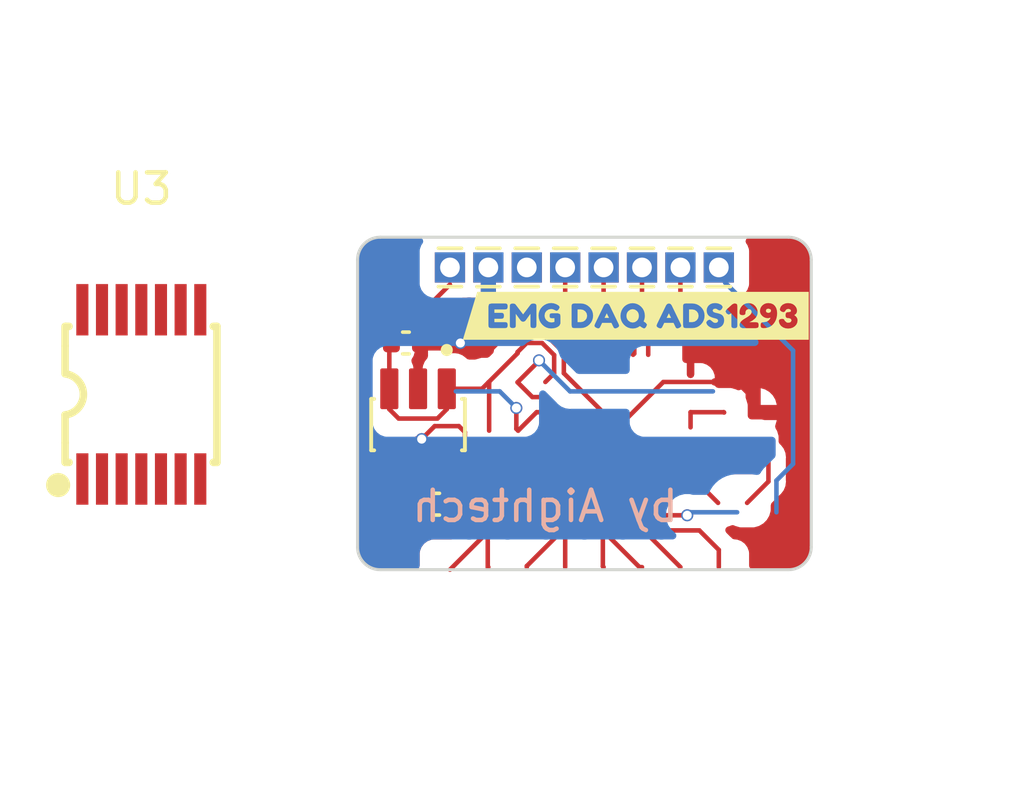
<source format=kicad_pcb>
(kicad_pcb (version 20240108) (generator "pcbnew") (generator_version "8.0")
  (title_block (title "EMG ADS1293") (date "2023-12-25") (rev "1.0") (company "Aightech"))
  (layers (0 "F.Cu" signal "Front") (1 "In1.Cu" signal) (2 "In2.Cu" signal) (31 "B.Cu" signal "Back") (34 "B.Paste" user) (35 "F.Paste" user) (36 "B.SilkS" user "B.Silkscreen") (37 "F.SilkS" user "F.Silkscreen") (38 "B.Mask" user) (39 "F.Mask" user) (44 "Edge.Cuts" user))
  (net 0 "")
  (net 3 "GND")
  (net 4 "+3.3V")
  (net 17 "+3.3VA")
  (net 18 "/extRef")
  (net 20 "/MISO")
  (net 21 "/MOSI")
  (net 22 "/SCLK")
  (net 23 "/CSB")
  (footprint "Capacitor_SMD:C_0402_1005Metric" (layer "F.Cu") (at 25.1 37.833 180)
    (property "Reference" "C8" (hide yes))
    (property "Value" "1uF" (hide yes))
    (fp_line (start -0.107836 0.36) (end 0.107836 0.36) (stroke (width 0.12)) (layer "F.SilkS"))
    (fp_line (start -0.107836 -0.36) (end 0.107836 -0.36) (stroke (width 0.12)) (layer "F.SilkS"))
    (pad "1" smd roundrect (at -0.48 0 180) (size 0.56 0.62) (layers "F.Cu" "F.Paste" "F.Mask") (net 17 "+3.3VA"))
    (pad "2" smd roundrect (at 0.48 0 180) (size 0.56 0.62) (layers "F.Cu" "F.Paste" "F.Mask") (net 3 "GND"))
  )
  (footprint "00_lcsc:TSSOP-14_L5.0-W4.4-P0.65-LS6.4-BL" (layer "F.Cu") (at 15.35 34.2)
    (property "Reference" "U3" (at 0 -6.8 0) (layer "F.SilkS"))
    (property "Value" "TL074HIPWR")
    (fp_line (start -2.52 -1.6) (end -2.52 -2.25) (stroke (width 0.25)) (layer "F.SilkS"))
    (fp_line (start -2.52 -0.69) (end -2.52 -1.6) (stroke (width 0.25)) (layer "F.SilkS"))
    (fp_line (start -2.52 1.6) (end -2.52 0.68) (stroke (width 0.25)) (layer "F.SilkS"))
    (fp_line (start -2.52 1.6) (end -2.52 2.25) (stroke (width 0.25)) (layer "F.SilkS"))
    (fp_line (start -2.5 -2.25) (end -2.39 -2.25) (stroke (width 0.25)) (layer "F.SilkS"))
    (fp_line (start -2.39 2.25) (end -2.5 2.25) (stroke (width 0.25)) (layer "F.SilkS"))
    (fp_line (start 2.38 -2.25) (end 2.5 -2.25) (stroke (width 0.25)) (layer "F.SilkS"))
    (fp_line (start 2.5 -2.25) (end 2.5 2.25) (stroke (width 0.25)) (layer "F.SilkS"))
    (fp_line (start 2.5 2.25) (end 2.38 2.25) (stroke (width 0.25)) (layer "F.SilkS"))
    (fp_arc (start -2.515488 -0.679454) (mid -1.915314 0.002272) (end -2.52 0.68) (stroke (width 0.25)) (layer "F.SilkS"))
    (fp_circle (center -2.75 3) (end -2.55 3) (stroke (width 0.4)) (fill none) (layer "F.SilkS"))
    (pad "1" smd rect (at -1.95 2.8) (size 0.4 1.7) (layers "F.Cu" "F.Paste" "F.Mask"))
    (pad "2" smd rect (at -1.3 2.8) (size 0.4 1.7) (layers "F.Cu" "F.Paste" "F.Mask"))
    (pad "3" smd rect (at -0.65 2.8) (size 0.4 1.7) (layers "F.Cu" "F.Paste" "F.Mask"))
    (pad "4" smd rect (at 0 2.8) (size 0.4 1.7) (layers "F.Cu" "F.Paste" "F.Mask"))
    (pad "5" smd rect (at 0.65 2.8) (size 0.4 1.7) (layers "F.Cu" "F.Paste" "F.Mask"))
    (pad "6" smd rect (at 1.3 2.8) (size 0.4 1.7) (layers "F.Cu" "F.Paste" "F.Mask"))
    (pad "7" smd rect (at 1.95 2.8) (size 0.4 1.7) (layers "F.Cu" "F.Paste" "F.Mask"))
    (pad "8" smd rect (at 1.95 -2.8) (size 0.4 1.7) (layers "F.Cu" "F.Paste" "F.Mask"))
    (pad "9" smd rect (at 1.3 -2.8) (size 0.4 1.7) (layers "F.Cu" "F.Paste" "F.Mask"))
    (pad "10" smd rect (at 0.65 -2.8) (size 0.4 1.7) (layers "F.Cu" "F.Paste" "F.Mask"))
    (pad "11" smd rect (at 0 -2.8) (size 0.4 1.7) (layers "F.Cu" "F.Paste" "F.Mask"))
    (pad "12" smd rect (at -0.65 -2.8) (size 0.4 1.7) (layers "F.Cu" "F.Paste" "F.Mask"))
    (pad "13" smd rect (at -1.3 -2.8) (size 0.4 1.7) (layers "F.Cu" "F.Paste" "F.Mask"))
    (pad "14" smd rect (at -1.95 -2.8) (size 0.4 1.7) (layers "F.Cu" "F.Paste" "F.Mask"))
  )
  (footprint "Connector_PinHeader_1.27mm:PinHeader_1x01_P1.27mm_Vertical" (layer "F.Cu") (at 28.095 30)
    (property "Reference" "J1" (hide yes))
    (property "Value" "Conn_01x01_Pin" (hide yes))
    (fp_line (start 0.381 -0.635) (end -0.381 -0.635) (stroke (width 0.12)) (layer "F.SilkS"))
    (fp_line (start 0.381 0.635) (end -0.381 0.635) (stroke (width 0.12)) (layer "F.SilkS"))
    (pad "1" thru_hole rect (at 0 0) (size 1 1) (drill 0.65) (layers "*.Cu" "*.Mask"))
  )
  (footprint "Connector_PinHeader_1.27mm:PinHeader_1x01_P1.27mm_Vertical" (layer "F.Cu") (at 29.365 30 180)
    (property "Reference" "J9" (hide yes))
    (property "Value" "Conn_01x01_Pin" (hide yes))
    (fp_line (start 0.381 0.635) (end -0.381 0.635) (stroke (width 0.12)) (layer "F.SilkS"))
    (fp_line (start 0.381 -0.635) (end -0.381 -0.635) (stroke (width 0.12)) (layer "F.SilkS"))
    (pad "1" thru_hole rect (at 0 0 180) (size 1 1) (drill 0.65) (layers "*.Cu" "*.Mask") (net 20 "/MISO"))
  )
  (footprint "Connector_PinHeader_1.27mm:PinHeader_1x01_P1.27mm_Vertical" (layer "F.Cu") (at 34.445 30 180)
    (property "Reference" "J7" (hide yes))
    (property "Value" "Conn_01x01_Pin" (hide yes))
    (fp_line (start 0.381 0.635) (end -0.381 0.635) (stroke (width 0.12)) (layer "F.SilkS"))
    (fp_line (start 0.381 -0.635) (end -0.381 -0.635) (stroke (width 0.12)) (layer "F.SilkS"))
    (pad "1" thru_hole rect (at 0 0 180) (size 1 1) (drill 0.65) (layers "*.Cu" "*.Mask") (net 18 "/extRef"))
  )
  (footprint "Capacitor_SMD:C_0402_1005Metric" (layer "F.Cu") (at 24.1 32.5)
    (property "Reference" "C9" (hide yes))
    (property "Value" "1uF" (hide yes))
    (fp_line (start -0.107836 -0.36) (end 0.107836 -0.36) (stroke (width 0.12)) (layer "F.SilkS"))
    (fp_line (start -0.107836 0.36) (end 0.107836 0.36) (stroke (width 0.12)) (layer "F.SilkS"))
    (pad "1" smd roundrect (at -0.48 0) (size 0.56 0.62) (layers "F.Cu" "F.Paste" "F.Mask") (net 4 "+3.3V"))
    (pad "2" smd roundrect (at 0.48 0) (size 0.56 0.62) (layers "F.Cu" "F.Paste" "F.Mask") (net 3 "GND"))
  )
  (footprint "00_Custom:SOT95P285X140-5N" (layer "F.Cu") (at 24.5 35.2 -90)
    (property "Reference" "U2" (hide yes))
    (property "Value" "AP2112K-3.3TRG1" (hide yes))
    (fp_line (start -0.85 1.55) (end -0.85 1.45) (stroke (width 0.127)) (layer "F.SilkS"))
    (fp_line (start 0.85 1.55) (end -0.85 1.55) (stroke (width 0.127)) (layer "F.SilkS"))
    (fp_line (start 0.85 1.55) (end 0.85 1.45) (stroke (width 0.127)) (layer "F.SilkS"))
    (fp_line (start -0.85 -1.55) (end -0.85 -1.45) (stroke (width 0.127)) (layer "F.SilkS"))
    (fp_line (start 0.85 -1.55) (end 0.85 -1.45) (stroke (width 0.127)) (layer "F.SilkS"))
    (fp_line (start 0.85 -1.55) (end -0.85 -1.55) (stroke (width 0.127)) (layer "F.SilkS"))
    (fp_circle (center -2.469 -0.95) (end -2.369 -0.95) (stroke (width 0.2)) (fill none) (layer "F.SilkS"))
    (pad "1" smd roundrect (at -1.185 -0.95 180) (size 0.6 1.35) (layers "F.Cu" "F.Paste" "F.Mask") (roundrect_rratio 0.1) (net 4 "+3.3V"))
    (pad "2" smd roundrect (at -1.185 0 180) (size 0.6 1.35) (layers "F.Cu" "F.Paste" "F.Mask") (roundrect_rratio 0.1) (net 3 "GND"))
    (pad "3" smd roundrect (at -1.185 0.95 180) (size 0.6 1.35) (layers "F.Cu" "F.Paste" "F.Mask") (roundrect_rratio 0.1) (net 4 "+3.3V"))
    (pad "4" smd roundrect (at 1.185 0.95 180) (size 0.6 1.35) (layers "F.Cu" "F.Paste" "F.Mask") (roundrect_rratio 0.1))
    (pad "5" smd roundrect (at 1.185 -0.95 180) (size 0.6 1.35) (layers "F.Cu" "F.Paste" "F.Mask") (roundrect_rratio 0.1) (net 17 "+3.3VA"))
  )
  (footprint "Connector_PinHeader_1.27mm:PinHeader_1x01_P1.27mm_Vertical" (layer "F.Cu") (at 30.635 30 180)
    (property "Reference" "J10" (hide yes))
    (property "Value" "Conn_01x01_Pin" (hide yes))
    (fp_line (start 0.381 0.635) (end -0.381 0.635) (stroke (width 0.12)) (layer "F.SilkS"))
    (fp_line (start 0.381 -0.635) (end -0.381 -0.635) (stroke (width 0.12)) (layer "F.SilkS"))
    (pad "1" thru_hole rect (at 0 0 180) (size 1 1) (drill 0.65) (layers "*.Cu" "*.Mask") (net 21 "/MOSI"))
  )
  (footprint "Connector_PinHeader_1.27mm:PinHeader_1x01_P1.27mm_Vertical" (layer "F.Cu") (at 26.825 30)
    (property "Reference" "J14" (hide yes))
    (property "Value" "Conn_01x01_Pin" (hide yes))
    (fp_line (start 0.381 -0.635) (end -0.381 -0.635) (stroke (width 0.12)) (layer "F.SilkS"))
    (fp_line (start 0.381 0.635) (end -0.381 0.635) (stroke (width 0.12)) (layer "F.SilkS"))
    (pad "1" thru_hole rect (at 0 0) (size 1 1) (drill 0.65) (layers "*.Cu" "*.Mask") (net 3 "GND"))
  )
  (footprint "kibuzzard-658D7E24" (layer "F.Cu") (at 31.7 31.6)
    (property "Reference" "kibuzzard-658D7E24" (hide yes))
    (property "Value" "G***" (hide yes))
    (fp_poly (pts (xy -0.960287 -0.082788) (xy -1.033629 0.069453) (xy -0.885833 0.069453) (xy -0.960287 -0.082788)) (fill solid) (layer "F.SilkS"))
    (fp_poly (pts (xy 1.093303 -0.082788) (xy 1.019961 0.069453) (xy 1.167757 0.069453) (xy 1.093303 -0.082788)) (fill solid) (layer "F.SilkS"))
    (fp_poly (pts (xy 4.384826 -0.238363) (xy 4.320651 -0.21975) (xy 4.29926 -0.163909) (xy 4.318706 -0.116126) (xy 4.381492 -0.093901) (xy 4.447611 -0.114459) (xy 4.470392 -0.155575) (xy 4.467614 -0.187801) (xy 4.455946 -0.212804) (xy 4.384826 -0.238363)) (fill solid) (layer "F.SilkS"))
    (fp_poly (pts (xy -1.819283 -0.210582) (xy -1.925963 -0.210582) (xy -1.925963 0.209471) (xy -1.818172 0.209471) (xy -1.742051 0.194608) (xy -1.673709 0.150019) (xy -1.62537 0.082927) (xy -1.609257 0.000556) (xy -1.624953 -0.082094) (xy -1.672042 -0.150019) (xy -1.740245 -0.195441) (xy -1.819283 -0.210582)) (fill solid) (layer "F.SilkS"))
    (fp_poly (pts (xy 1.866733 -0.210582) (xy 1.760053 -0.210582) (xy 1.760053 0.209471) (xy 1.867845 0.209471) (xy 1.943965 0.194608) (xy 2.012307 0.150019) (xy 2.060646 0.082927) (xy 2.07676 0.000556) (xy 2.061063 -0.082094) (xy 2.013974 -0.150019) (xy 1.945771 -0.195441) (xy 1.866733 -0.210582)) (fill solid) (layer "F.SilkS"))
    (fp_poly (pts (xy -0.310205 0.001667) (xy -0.303106 0.063465) (xy -0.281807 0.11699) (xy -0.246309 0.162243) (xy -0.178661 0.208498) (xy -0.103513 0.223917) (xy -0.028504 0.208915) (xy 0.038727 0.163909) (xy 0.073917 0.119336) (xy 0.09503 0.065625) (xy 0.102068 0.002778) (xy 0.094969 -0.060193) (xy 0.07367 -0.114274) (xy 0.038171 -0.159464) (xy -0.029476 -0.205303) (xy -0.104624 -0.220583) (xy -0.179634 -0.205165) (xy -0.246864 -0.158909) (xy -0.282054 -0.113656) (xy -0.303168 -0.060131) (xy -0.310205 0.001667)) (fill solid) (layer "F.SilkS"))
    (fp_poly (pts (xy -4.872998 -0.792136) (xy -5.243415 -0.792136) (xy -5.718696 0.792136) (xy -5.243415 0.792136) (xy -4.872998 0.792136) (xy -4.335153 0.792136) (xy -4.335153 0.407273) (xy -4.775208 0.407273) (xy -4.836882 0.396716) (xy -4.86633 0.365046) (xy -4.872998 0.308372) (xy -4.872998 -0.309483) (xy -4.851884 -0.386715) (xy -4.771874 -0.407273) (xy -4.334042 -0.407273) (xy -4.295704 -0.405606) (xy -4.266255 -0.395049) (xy -4.243753 -0.365601) (xy -4.236252 -0.308372) (xy -4.246531 -0.246697) (xy -4.277368 -0.217249) (xy -4.335153 -0.210582) (xy -4.676307 -0.210582) (xy -4.676307 -0.098346) (xy -4.456279 -0.098346) (xy -4.417941 -0.096679) (xy -4.388493 -0.086122) (xy -4.36599 -0.056674) (xy -4.358489 0.000556) (xy -4.369046 0.06223) (xy -4.400717 0.091678) (xy -4.458502 0.098346) (xy -4.676307 0.098346) (xy -4.676307 0.210582) (xy -4.334042 0.210582) (xy -4.295704 0.212249) (xy -4.266255 0.222806) (xy -4.243753 0.252254) (xy -4.236252 0.309483) (xy -4.246531 0.371158) (xy -4.277368 0.400606) (xy -4.335153 0.407273) (xy -4.335153 0.792136) (xy -3.3817 0.792136) (xy -3.3817 0.406162) (xy -3.432818 0.400606) (xy -3.46171 0.387271) (xy -3.477268 0.365046) (xy -3.482824 0.307261) (xy -3.482824 -0.065008) (xy -3.516995 -0.020419) (xy -3.563945 0.04445) (xy -3.607562 0.10543) (xy -3.631732 0.138351) (xy -3.651734 0.164465) (xy -3.67896 0.184468) (xy -3.725632 0.197247) (xy -3.771194 0.185579) (xy -3.800642 0.162798) (xy -3.809532 0.150574) (xy -3.842591 0.107097) (xy -3.89732 0.032226) (xy -3.947882 -0.037366) (xy -3.96844 -0.065008) (xy -3.96844 0.309483) (xy -3.970107 0.347821) (xy -3.980664 0.376158) (xy -4.010668 0.398661) (xy -4.067342 0.406162) (xy -4.122349 0.398661) (xy -4.151797 0.376158) (xy -4.162354 0.347266) (xy -4.16402 0.307261) (xy -4.16402 -0.309483) (xy -4.162354 -0.347821) (xy -4.151797 -0.377269) (xy -4.121793 -0.398939) (xy -4.065119 -0.406162) (xy -4.013446 -0.398939) (xy -3.985109 -0.383937) (xy -3.978442 -0.377269) (xy -3.726188 -0.046117) (xy -3.655646 -0.139329) (xy -3.595149 -0.218938) (xy -3.544699 -0.284947) (xy -3.504294 -0.337353) (xy -3.473934 -0.376158) (xy -3.442125 -0.398661) (xy -3.384479 -0.406162) (xy -3.327666 -0.398661) (xy -3.298357 -0.376158) (xy -3.2878 -0.346154) (xy -3.286133 -0.307261) (xy -3.286133 0.309483) (xy -3.29669 0.370324) (xy -3.32836 0.399494) (xy -3.3817 0.406162) (xy -3.3817 0.792136) (xy -2.80385 0.792136) (xy -2.80385 0.418386) (xy -2.88393 0.410572) (xy -2.958592 0.387132) (xy -3.027837 0.348064) (xy -3.091664 0.29337) (xy -3.145143 0.227633) (xy -3.183342 0.155436) (xy -3.206262 0.07678) (xy -3.213902 -0.008334) (xy -3.206123 -0.093032) (xy -3.182787 -0.170438) (xy -3.143893 -0.240551) (xy -3.089442 -0.303371) (xy -3.024434 -0.355149) (xy -2.953869 -0.392132) (xy -2.877749 -0.414323) (xy -2.796072 -0.421719) (xy -2.710258 -0.412089) (xy -2.627656 -0.383196) (xy -2.548263 -0.335042) (xy -2.518259 -0.285591) (xy -2.543818 -0.222806) (xy -2.585212 -0.178633) (xy -2.622717 -0.163909) (xy -2.690503 -0.194469) (xy -2.74162 -0.217388) (xy -2.801628 -0.225028) (xy -2.88136 -0.210165) (xy -2.951647 -0.165576) (xy -3.000819 -0.096957) (xy -3.01721 -0.010001) (xy -3.009802 0.050871) (xy -2.987577 0.105322) (xy -2.950535 0.153353) (xy -2.879415 0.203775) (xy -2.799405 0.220583) (xy -2.741343 0.215583) (xy -2.689392 0.200581) (xy -2.689392 0.079454) (xy -2.77718 0.079454) (xy -2.826075 0.070564) (xy -2.844967 0.04445) (xy -2.849412 -0.002222) (xy -2.844411 -0.049451) (xy -2.826075 -0.073898) (xy -2.772735 -0.083899) (xy -2.577155 -0.083899) (xy -2.503813 -0.052784) (xy -2.4927 0.009446) (xy -2.4927 0.253921) (xy -2.523815 0.321707) (xy -2.576322 0.364004) (xy -2.640497 0.394216) (xy -2.716339 0.412343) (xy -2.80385 0.418386) (xy -2.80385 0.792136) (xy -1.821505 0.792136) (xy -1.821505 0.406162) (xy -2.024864 0.406162) (xy -2.079871 0.399217) (xy -2.109319 0.378381) (xy -2.122654 0.307261) (xy -2.122654 -0.310594) (xy -2.120987 -0.349488) (xy -2.11043 -0.378381) (xy -2.080982 -0.400883) (xy -2.023753 -0.408384) (xy -1.818172 -0.407273) (xy -1.740037 -0.400015) (xy -1.666764 -0.378242) (xy -1.598353 -0.341952) (xy -1.534803 -0.291147) (xy -1.481324 -0.229751) (xy -1.443125 -0.161687) (xy -1.420205 -0.086955) (xy -1.412565 -0.005556) (xy -1.420032 0.076155) (xy -1.44243 0.151825) (xy -1.479761 0.221451) (xy -1.532025 0.285036) (xy -1.594915 0.338028) (xy -1.664125 0.37588) (xy -1.739655 0.398591) (xy -1.821505 0.406162) (xy -1.821505 0.792136) (xy -0.675251 0.792136) (xy -0.675251 0.418386) (xy -0.710811 0.408384) (xy -0.730814 0.387271) (xy -0.748038 0.353933) (xy -0.805823 0.233918) (xy -1.113639 0.233918) (xy -1.171424 0.353933) (xy -1.188649 0.386159) (xy -1.208651 0.406718) (xy -1.244211 0.417274) (xy -1.303663 0.398383) (xy -1.352002 0.365046) (xy -1.368115 0.327263) (xy -1.349224 0.270589) (xy -1.049187 -0.350599) (xy -1.01196 -0.391716) (xy -0.959175 -0.407273) (xy -0.906947 -0.392827) (xy -0.870275 -0.349488) (xy -0.570238 0.270589) (xy -0.551347 0.327263) (xy -0.56746 0.365323) (xy -0.615799 0.399494) (xy -0.675251 0.418386) (xy -0.675251 0.792136) (xy -0.097957 0.792136) (xy -0.097957 0.420608) (xy -0.18071 0.412968) (xy -0.256727 0.390049) (xy -0.326006 0.35185) (xy -0.388549 0.298371) (xy -0.440326 0.234335) (xy -0.47731 0.164465) (xy -0.4995 0.088761) (xy -0.506897 0.007223) (xy -0.498562 -0.082094) (xy -0.473559 -0.165576) (xy -0.434665 -0.239613) (xy -0.384659 -0.300593) (xy -0.324929 -0.34921) (xy -0.256865 -0.386159) (xy -0.183523 -0.409496) (xy -0.107958 -0.417274) (xy -0.028434 -0.409843) (xy 0.045672 -0.387548) (xy 0.114362 -0.350391) (xy 0.177633 -0.298371) (xy 0.230626 -0.23496) (xy 0.268478 -0.163632) (xy 0.291189 -0.084386) (xy 0.29876 0.002778) (xy 0.294191 0.064144) (xy 0.280486 0.125263) (xy 0.257643 0.186134) (xy 0.330986 0.236141) (xy 0.370991 0.29337) (xy 0.337653 0.369491) (xy 0.304038 0.406162) (xy 0.269867 0.418386) (xy 0.205415 0.388382) (xy 0.1743 0.367268) (xy 0.134295 0.340598) (xy 0.062557 0.385048) (xy -0.01486 0.411718) (xy -0.097957 0.420608) (xy -0.097957 0.792136) (xy 1.378339 0.792136) (xy 1.378339 0.418386) (xy 1.342779 0.408384) (xy 1.322776 0.387271) (xy 1.305552 0.353933) (xy 1.247767 0.233918) (xy 0.939951 0.233918) (xy 0.882166 0.353933) (xy 0.864941 0.386159) (xy 0.844939 0.406718) (xy 0.809379 0.417274) (xy 0.749927 0.398383) (xy 0.701588 0.365046) (xy 0.685475 0.327263) (xy 0.704366 0.270589) (xy 1.004403 -0.350599) (xy 1.04163 -0.391716) (xy 1.094415 -0.407273) (xy 1.146643 -0.392827) (xy 1.183315 -0.349488) (xy 1.483352 0.270589) (xy 1.502243 0.327263) (xy 1.48613 0.365323) (xy 1.437791 0.399494) (xy 1.378339 0.418386) (xy 1.378339 0.792136) (xy 1.864511 0.792136) (xy 1.864511 0.406162) (xy 1.661152 0.406162) (xy 1.606145 0.399217) (xy 1.576697 0.378381) (xy 1.563362 0.307261) (xy 1.563362 -0.310594) (xy 1.565029 -0.349488) (xy 1.575586 -0.378381) (xy 1.605034 -0.400883) (xy 1.662263 -0.408384) (xy 1.867845 -0.407273) (xy 1.945979 -0.400015) (xy 2.019252 -0.378242) (xy 2.087664 -0.341952) (xy 2.151213 -0.291147) (xy 2.204692 -0.229751) (xy 2.242891 -0.161687) (xy 2.265811 -0.086955) (xy 2.273451 -0.005556) (xy 2.265985 0.076155) (xy 2.243586 0.151825) (xy 2.206255 0.221451) (xy 2.153991 0.285036) (xy 2.091102 0.338028) (xy 2.021892 0.37588) (xy 1.946361 0.398591) (xy 1.864511 0.406162) (xy 1.864511 0.792136) (xy 2.624606 0.792136) (xy 2.624606 0.418386) (xy 2.573766 0.415191) (xy 2.525705 0.405606) (xy 2.45014 0.373936) (xy 2.400133 0.338931) (xy 2.367907 0.305038) (xy 2.357906 0.292814) (xy 2.329013 0.228918) (xy 2.340959 0.195997) (xy 2.376797 0.153908) (xy 2.435693 0.127238) (xy 2.47292 0.141129) (xy 2.522371 0.182801) (xy 2.566821 0.218916) (xy 2.620161 0.236141) (xy 2.677575 0.226757) (xy 2.712024 0.198605) (xy 2.723507 0.151686) (xy 2.69517 0.108903) (xy 2.624606 0.083899) (xy 2.580711 0.073759) (xy 2.533483 0.058896) (xy 2.486255 0.040144) (xy 2.442361 0.018336) (xy 2.403606 -0.011807) (xy 2.371796 -0.055562) (xy 2.350544 -0.111264) (xy 2.34346 -0.177244) (xy 2.351547 -0.23966) (xy 2.375809 -0.296519) (xy 2.416246 -0.347821) (xy 2.470636 -0.388258) (xy 2.536755 -0.412521) (xy 2.614605 -0.420608) (xy 2.678363 -0.416302) (xy 2.736286 -0.403384) (xy 2.812407 -0.368379) (xy 2.840188 -0.347266) (xy 2.874637 -0.292814) (xy 2.847967 -0.231696) (xy 2.809629 -0.190024) (xy 2.77018 -0.176133) (xy 2.712395 -0.198358) (xy 2.699615 -0.209471) (xy 2.682391 -0.223917) (xy 2.622939 -0.238363) (xy 2.562931 -0.221139) (xy 2.53904 -0.173355) (xy 2.567376 -0.123904) (xy 2.637941 -0.098346) (xy 2.682113 -0.089872) (xy 2.730175 -0.077787) (xy 2.778236 -0.062369) (xy 2.822408 -0.043894) (xy 2.861163 -0.01653) (xy 2.892973 0.025559) (xy 2.914225 0.080705) (xy 2.92131 0.147241) (xy 2.914086 0.215166) (xy 2.892417 0.274479) (xy 2.85908 0.323235) (xy 2.816852 0.359489) (xy 2.755486 0.39221) (xy 2.691404 0.411842) (xy 2.624606 0.418386) (xy 2.624606 0.792136) (xy 3.258018 0.792136) (xy 3.258018 0.409496) (xy 3.202178 0.402273) (xy 3.172452 0.380603) (xy 3.161895 0.350044) (xy 3.160228 0.309483) (xy 3.160228 -0.087233) (xy 3.145782 -0.073898) (xy 3.067995 -0.039449) (xy 3.000764 -0.078343) (xy 2.96576 -0.147241) (xy 3.005765 -0.212804) (xy 3.18801 -0.377269) (xy 3.191343 -0.379492) (xy 3.254129 -0.408384) (xy 3.306913 -0.402828) (xy 3.335806 -0.390049) (xy 3.351363 -0.366157) (xy 3.35692 -0.307261) (xy 3.35692 0.311706) (xy 3.355253 0.350044) (xy 3.344696 0.379492) (xy 3.315248 0.401995) (xy 3.258018 0.409496) (xy 3.258018 0.792136) (xy 3.96144 0.792136) (xy 3.96144 0.409496) (xy 3.526941 0.409496) (xy 3.458043 0.379492) (xy 3.429151 0.309483) (xy 3.439569 0.251837) (xy 3.470823 0.198914) (xy 3.516801 0.151963) (xy 3.571391 0.112236) (xy 3.630287 0.076398) (xy 3.689183 0.041116) (xy 3.743773 0.00375) (xy 3.789751 -0.038338) (xy 3.821005 -0.084177) (xy 3.831423 -0.132794) (xy 3.823645 -0.161131) (xy 3.80642 -0.191135) (xy 3.776972 -0.212804) (xy 3.72141 -0.222806) (xy 3.659735 -0.196691) (xy 3.630287 -0.145018) (xy 3.625842 -0.119459) (xy 3.625842 -0.112792) (xy 3.624175 -0.076121) (xy 3.613618 -0.048339) (xy 3.583615 -0.028337) (xy 3.526941 -0.021669) (xy 3.464989 -0.032226) (xy 3.434707 -0.063897) (xy 3.429151 -0.120571) (xy 3.438349 -0.194963) (xy 3.465946 -0.264045) (xy 3.511939 -0.327819) (xy 3.572811 -0.378751) (xy 3.645042 -0.40931) (xy 3.728633 -0.419497) (xy 3.812285 -0.409187) (xy 3.884702 -0.378257) (xy 3.945882 -0.326707) (xy 3.992184 -0.261946) (xy 4.019965 -0.191382) (xy 4.029226 -0.115014) (xy 4.022281 -0.05334) (xy 4.001445 0.005001) (xy 3.970885 0.056118) (xy 3.93477 0.096123) (xy 3.856982 0.15752) (xy 3.788085 0.195024) (xy 3.760303 0.206137) (xy 3.760303 0.211693) (xy 3.963662 0.211693) (xy 4.02867 0.22225) (xy 4.054785 0.254476) (xy 4.061452 0.31115) (xy 4.054229 0.367268) (xy 4.030337 0.396161) (xy 3.96144 0.409496) (xy 3.96144 0.792136) (xy 4.224806 0.792136) (xy 4.224806 0.408384) (xy 4.218138 0.408384) (xy 4.158131 0.397272) (xy 4.134795 0.365879) (xy 4.127016 0.309483) (xy 4.137573 0.247809) (xy 4.169243 0.218361) (xy 4.233696 0.211693) (xy 4.32204 0.196136) (xy 4.38816 0.158353) (xy 4.427331 0.115014) (xy 4.449278 0.076121) (xy 4.454835 0.060563) (xy 4.371491 0.079454) (xy 4.302285 0.071367) (xy 4.239869 0.047105) (xy 4.184245 0.006668) (xy 4.140721 -0.043894) (xy 4.114607 -0.098531) (xy 4.105902 -0.157242) (xy 4.114792 -0.227991) (xy 4.141462 -0.290592) (xy 4.185912 -0.345043) (xy 4.24308 -0.387024) (xy 4.307903 -0.412212) (xy 4.380381 -0.420608) (xy 4.469404 -0.410298) (xy 4.542376 -0.379368) (xy 4.599297 -0.327819) (xy 4.640043 -0.259971) (xy 4.66449 -0.180146) (xy 4.67264 -0.088344) (xy 4.667839 -0.006245) (xy 4.653437 0.070253) (xy 4.629434 0.141151) (xy 4.59583 0.206448) (xy 4.552625 0.266144) (xy 4.501107 0.317351) (xy 4.442566 0.357178) (xy 4.377003 0.385626) (xy 4.304416 0.402695) (xy 4.224806 0.408384) (xy 4.224806 0.792136) (xy 5.036018 0.792136) (xy 5.036018 0.421719) (xy 4.952057 0.413076) (xy 4.877974 0.387147) (xy 4.813768 0.343932) (xy 4.782376 0.309205) (xy 4.754872 0.265033) (xy 4.742648 0.236141) (xy 4.740426 0.225028) (xy 4.728202 0.165021) (xy 4.755428 0.116681) (xy 4.837105 0.100568) (xy 4.896001 0.111681) (xy 4.929338 0.169466) (xy 4.990457 0.222806) (xy 5.03713 0.229473) (xy 5.088247 0.2235) (xy 5.123807 0.205581) (xy 5.151588 0.151686) (xy 5.124363 0.098901) (xy 5.05991 0.076121) (xy 5.009348 0.073898) (xy 4.980456 0.062786) (xy 4.957953 0.034171) (xy 4.950452 -0.022781) (xy 4.960731 -0.084733) (xy 4.991568 -0.115014) (xy 5.049353 -0.120571) (xy 5.112695 -0.131405) (xy 5.133808 -0.163909) (xy 5.111583 -0.208359) (xy 5.049909 -0.229473) (xy 4.987123 -0.216138) (xy 4.958231 -0.189468) (xy 4.951563 -0.176133) (xy 4.920448 -0.134461) (xy 4.878221 -0.120571) (xy 4.817102 -0.140573) (xy 4.77543 -0.1753) (xy 4.76154 -0.215027) (xy 4.787098 -0.290592) (xy 4.811546 -0.325596) (xy 4.857663 -0.369491) (xy 4.931005 -0.403939) (xy 4.980873 -0.415607) (xy 5.036018 -0.419497) (xy 5.12072 -0.410854) (xy 5.192581 -0.384925) (xy 5.251601 -0.341709) (xy 5.295433 -0.28769) (xy 5.321733 -0.22935) (xy 5.3305 -0.166687) (xy 5.320869 -0.107853) (xy 5.291976 -0.060995) (xy 5.243822 -0.026114) (xy 5.243822 -0.018336) (xy 5.276604 0.005556) (xy 5.311608 0.041672) (xy 5.339112 0.091678) (xy 5.34828 0.148352) (xy 5.338402 0.222991) (xy 5.308768 0.288369) (xy 5.25938 0.344488) (xy 5.195051 0.387394) (xy 5.120597 0.413138) (xy 5.036018 0.421719) (xy 5.036018 0.792136) (xy 5.34828 0.792136) (xy 5.718696 0.792136) (xy 5.718696 -0.792136) (xy 5.34828 -0.792136) (xy -4.872998 -0.792136)) (fill solid) (layer "F.SilkS"))
  )
  (footprint "Connector_PinHeader_1.27mm:PinHeader_1x01_P1.27mm_Vertical" (layer "F.Cu") (at 33.175 30)
    (property "Reference" "J12" (hide yes))
    (property "Value" "Conn_01x01_Pin" (hide yes))
    (fp_line (start 0.381 -0.635) (end -0.381 -0.635) (stroke (width 0.12)) (layer "F.SilkS"))
    (fp_line (start 0.381 0.635) (end -0.381 0.635) (stroke (width 0.12)) (layer "F.SilkS"))
    (pad "1" thru_hole rect (at 0 0) (size 1 1) (drill 0.65) (layers "*.Cu" "*.Mask") (net 23 "/CSB"))
  )
  (footprint "Connector_PinHeader_1.27mm:PinHeader_1x01_P1.27mm_Vertical" (layer "F.Cu") (at 31.905 30 180)
    (property "Reference" "J11" (hide yes))
    (property "Value" "Conn_01x01_Pin" (hide yes))
    (fp_line (start 0.381 0.635) (end -0.381 0.635) (stroke (width 0.12)) (layer "F.SilkS"))
    (fp_line (start 0.381 -0.635) (end -0.381 -0.635) (stroke (width 0.12)) (layer "F.SilkS"))
    (pad "1" thru_hole rect (at 0 0 180) (size 1 1) (drill 0.65) (layers "*.Cu" "*.Mask") (net 22 "/SCLK"))
  )
  (footprint "Connector_PinHeader_1.27mm:PinHeader_1x01_P1.27mm_Vertical" (layer "F.Cu") (at 25.555 30)
    (property "Reference" "J13" (hide yes))
    (property "Value" "Conn_01x01_Pin" (hide yes))
    (fp_line (start 0.381 -0.635) (end -0.381 -0.635) (stroke (width 0.12)) (layer "F.SilkS"))
    (fp_line (start 0.381 0.635) (end -0.381 0.635) (stroke (width 0.12)) (layer "F.SilkS"))
    (pad "1" thru_hole rect (at 0 0) (size 1 1) (drill 0.65) (layers "*.Cu" "*.Mask") (net 4 "+3.3V"))
  )
  (gr_arc (start 36.75 29) (mid 37.28033 29.21967) (end 37.5 29.75) (stroke (width 0.1)) (layer "Edge.Cuts"))
  (gr_arc (start 22.5 29.750001) (mid 22.71967 29.21967) (end 23.25 29.000001) (stroke (width 0.1)) (layer "Edge.Cuts"))
  (gr_line (start 37.5 39.249999) (end 37.5 29.75) (stroke (width 0.1)) (layer "Edge.Cuts"))
  (gr_line (start 36.75 29) (end 23.25 29.000001) (stroke (width 0.1)) (layer "Edge.Cuts"))
  (gr_arc (start 23.25 40) (mid 22.71967 39.78033) (end 22.5 39.25) (stroke (width 0.1)) (layer "Edge.Cuts"))
  (gr_arc (start 37.5 39.249999) (mid 37.28033 39.78033) (end 36.75 39.999999) (stroke (width 0.1)) (layer "Edge.Cuts"))
  (gr_line (start 23.25 40) (end 36.75 39.999999) (stroke (width 0.1)) (layer "Edge.Cuts"))
  (gr_line (start 22.5 39.25) (end 22.5 29.750001) (stroke (width 0.1)) (layer "Edge.Cuts"))
  (gr_text "by Aightech" (at 28.7 37.9 0) (layer "B.SilkS") (effects (font (size 1 1)) (justify mirror)))
  (segment (start 33.5105 36.7895) (end 33.5105 36.88) (width 0.15) (layer "F.Cu") (net 0))
  (segment (start 30.610501 39.8905) (end 30.635 39.914999) (width 0.15) (layer "F.Cu") (net 0))
  (segment (start 30.110499 37.6895) (end 30.110499 37.8645) (width 0.15) (layer "F.Cu") (net 0))
  (segment (start 30.610501 38.705501) (end 31.819999 39.914999) (width 0.15) (layer "F.Cu") (net 0))
  (segment (start 29.387499 38.587499) (end 28.095 39.879999) (width 0.15) (layer "F.Cu") (net 0))
  (segment (start 36.0855 36.2845) (end 36.0855 37.084) (width 0.15) (layer "F.Cu") (net 0))
  (segment (start 26.805 39.915) (end 26.825 39.915) (width 0.15) (layer "F.Cu") (net 0))
  (segment (start 31.819999 39.914999) (end 31.905 39.914999) (width 0.15) (layer "F.Cu") (net 0))
  (segment (start 29.1105 37.6895) (end 28.05 38.75) (width 0.15) (layer "F.Cu") (net 0))
  (segment (start 30.110499 37.8645) (end 29.387499 38.587499) (width 0.15) (layer "F.Cu") (net 0))
  (segment (start 34.609501 34.789501) (end 34.62 34.8) (width 0.15) (layer "F.Cu") (net 0))
  (segment (start 32.110501 37.944501) (end 32.110501 37.6895) (width 0.15) (layer "F.Cu") (net 0))
  (segment (start 28.7105 34.289499) (end 28.279999 34.289499) (width 0.15) (layer "F.Cu") (net 0))
  (segment (start 33.5105 36.88) (end 34.42 37.7895) (width 0.15) (layer "F.Cu") (net 0))
  (segment (start 36.0855 37.084) (end 35.38 37.7895) (width 0.15) (layer "F.Cu") (net 0))
  (segment (start 28.05 38.75) (end 26.805 38.75) (width 0.15) (layer "F.Cu") (net 0))
  (segment (start 31.1105 37.850499) (end 33.175 39.914999) (width 0.15) (layer "F.Cu") (net 0))
  (segment (start 35.6105 35.8095) (end 36.0855 36.2845) (width 0.15) (layer "F.Cu") (net 0))
  (segment (start 33.530501 35.8095) (end 33.5105 35.789499) (width 0.15) (layer "F.Cu") (net 0))
  (segment (start 34.445 39.345) (end 34.445 39.914999) (width 0.15) (layer "F.Cu") (net 0))
  (segment (start 27.87 36.3) (end 28.700001 36.3) (width 0.15) (layer "F.Cu") (net 0))
  (segment (start 33.5105 35.2895) (end 33.5105 34.789501) (width 0.15) (layer "F.Cu") (net 0))
  (segment (start 26.805 38.75) (end 25.555 40) (width 0.15) (layer "F.Cu") (net 0))
  (segment (start 33.4 38.2) (end 32.366 38.2) (width 0.15) (layer "F.Cu") (net 0))
  (segment (start 26.6 36.540001) (end 27.265001 35.875) (width 0.15) (layer "F.Cu") (net 0))
  (segment (start 33.5105 34.789501) (end 34.609501 34.789501) (width 0.15) (layer "F.Cu") (net 0))
  (segment (start 35.6105 36.7695) (end 34.6105 36.7695) (width 0.15) (layer "F.Cu") (net 0))
  (segment (start 32.445999 38.7) (end 33.8 38.7) (width 0.15) (layer "F.Cu") (net 0))
  (segment (start 30.610501 38.3) (end 30.610501 39.8905) (width 0.15) (layer "F.Cu") (net 0))
  (segment (start 29.365 38.609998) (end 29.365 39.915) (width 0.15) (layer "F.Cu") (net 0))
  (segment (start 31.610499 37.8645) (end 32.445999 38.7) (width 0.15) (layer "F.Cu") (net 0))
  (segment (start 33.8 38.7) (end 34.445 39.345) (width 0.15) (layer "F.Cu") (net 0))
  (segment (start 28.624999 35.875) (end 28.7105 35.789499) (width 0.15) (layer "F.Cu") (net 0))
  (segment (start 30.610501 38.3) (end 30.610501 38.705501) (width 0.15) (layer "F.Cu") (net 0))
  (segment (start 34.6105 35.8095) (end 33.530501 35.8095) (width 0.15) (layer "F.Cu") (net 0))
  (segment (start 27.7 36.47) (end 27.87 36.3) (width 0.15) (layer "F.Cu") (net 0))
  (segment (start 30.610501 37.6895) (end 30.610501 38.3) (width 0.15) (layer "F.Cu") (net 0))
  (segment (start 31.1105 37.6895) (end 31.1105 37.850499) (width 0.15) (layer "F.Cu") (net 0))
  (segment (start 31.610499 37.6895) (end 31.610499 37.8645) (width 0.15) (layer "F.Cu") (net 0))
  (segment (start 26.805 38.75) (end 26.805 39.915) (width 0.15) (layer "F.Cu") (net 0))
  (segment (start 26.6 36.82) (end 26.6 36.540001) (width 0.15) (layer "F.Cu") (net 0))
  (segment (start 27.75 34.65) (end 27.75 35.3395) (width 0.15) (layer "F.Cu") (net 0))
  (segment (start 34.130501 36.289501) (end 34.6105 36.7695) (width 0.15) (layer "F.Cu") (net 0))
  (segment (start 28.5 33.075) (end 28.5 33.0905) (width 0.15) (layer "F.Cu") (net 0))
  (segment (start 32.366 38.2) (end 32.110501 37.944501) (width 0.15) (layer "F.Cu") (net 0))
  (segment (start 28.095 39.879999) (end 28.095 39.915) (width 0.15) (layer "F.Cu") (net 0))
  (segment (start 27.265001 35.875) (end 28.624999 35.875) (width 0.15) (layer "F.Cu") (net 0))
  (segment (start 35.6105 35.8095) (end 34.6105 35.8095) (width 0.15) (layer "F.Cu") (net 0))
  (segment (start 27.8105 35.4) (end 28.420999 34.789501) (width 0.15) (layer "F.Cu") (net 0))
  (segment (start 29.6105 37.6895) (end 29.1105 37.6895) (width 0.15) (layer "F.Cu") (net 0))
  (segment (start 28.5 33.0905) (end 27.7905 33.8) (width 0.15) (layer "F.Cu") (net 0))
  (segment (start 28.700001 36.3) (end 28.7105 36.289501) (width 0.15) (layer "F.Cu") (net 0))
  (segment (start 29.387499 38.587499) (end 29.365 38.609998) (width 0.15) (layer "F.Cu") (net 0))
  (segment (start 28.279999 34.289499) (end 27.7905 33.8) (width 0.15) (layer "F.Cu") (net 0))
  (segment (start 27.75 35.3395) (end 27.8105 35.4) (width 0.15) (layer "F.Cu") (net 0))
  (segment (start 28.420999 34.789501) (end 28.7105 34.789501) (width 0.15) (layer "F.Cu") (net 0))
  (segment (start 33.5105 36.289501) (end 34.130501 36.289501) (width 0.15) (layer "F.Cu") (net 0))
  (via (at 28.5 33.075) (size 0.4) (drill 0.3) (layers "F.Cu" "B.Cu") (net 0))
  (via (at 33.4 38.2) (size 0.4) (drill 0.3) (layers "F.Cu" "B.Cu") (net 0))
  (via (at 27.75 34.65) (size 0.4) (drill 0.3) (layers "F.Cu" "B.Cu") (net 0))
  (segment (start 33.5 38.1) (end 35.05 38.1) (width 0.15) (layer "B.Cu") (net 0))
  (segment (start 28.5 33.075) (end 29.525 34.1) (width 0.15) (layer "B.Cu") (net 0))
  (segment (start 33.4 38.2) (end 33.5 38.1) (width 0.15) (layer "B.Cu") (net 0))
  (segment (start 27.75 34.65) (end 27.2 34.1) (width 0.15) (layer "B.Cu") (net 0))
  (segment (start 27.2 34.1) (end 25.75 34.1) (width 0.15) (layer "B.Cu") (net 0))
  (segment (start 29.525 34.1) (end 34.25 34.1) (width 0.15) (layer "B.Cu") (net 0))
  (segment (start 26.825 30.5) (end 26.825 32.7945) (width 0.15) (layer "F.Cu") (net 3))
  (segment (start 24.58 32.5) (end 26.5305 32.5) (width 0.15) (layer "F.Cu") (net 3))
  (segment (start 35.0395 33.7895) (end 33.5105 33.7895) (width 0.15) (layer "F.Cu") (net 3))
  (segment (start 29.3205 32.8205) (end 29.3205 33.4995) (width 0.15) (layer "F.Cu") (net 3))
  (segment (start 26.05 37.23) (end 26.05 35.45) (width 0.15) (layer "F.Cu") (net 3))
  (segment (start 29.3205 33.4995) (end 31.1105 35.2895) (width 0.15) (layer "F.Cu") (net 3))
  (segment (start 26.6 37.78) (end 26.05 37.23) (width 0.15) (layer "F.Cu") (net 3))
  (segment (start 26.5305 32.5) (end 26.8305 32.8) (width 0.15) (layer "F.Cu") (net 3))
  (segment (start 25.85 35.25) (end 25.05 35.25) (width 0.15) (layer "F.Cu") (net 3))
  (segment (start 25.05 35.25) (end 24.62 35.68) (width 0.15) (layer "F.Cu") (net 3))
  (segment (start 24.62 35.68) (end 24.62 37.833) (width 0.15) (layer "F.Cu") (net 3))
  (segment (start 35.58 34.8) (end 35.58 34.33) (width 0.15) (layer "F.Cu") (net 3))
  (segment (start 26.05 35.45) (end 25.85 35.25) (width 0.15) (layer "F.Cu") (net 3))
  (segment (start 35.58 34.33) (end 35.0395 33.7895) (width 0.15) (layer "F.Cu") (net 3))
  (segment (start 24.5 32.58) (end 24.58 32.5) (width 0.15) (layer "F.Cu") (net 3))
  (segment (start 24.5 34.015) (end 24.5 32.58) (width 0.15) (layer "F.Cu") (net 3))
  (segment (start 32.6105 33.7895) (end 31.1105 35.2895) (width 0.15) (layer "F.Cu") (net 3))
  (segment (start 26.8305 32.8) (end 27.6305 32) (width 0.15) (layer "F.Cu") (net 3))
  (segment (start 33.5105 33.7895) (end 32.6105 33.7895) (width 0.15) (layer "F.Cu") (net 3))
  (segment (start 28.5 32) (end 29.3205 32.8205) (width 0.15) (layer "F.Cu") (net 3))
  (segment (start 27.6305 32) (end 28.5 32) (width 0.15) (layer "F.Cu") (net 3))
  (segment (start 26.825 32.7945) (end 26.8305 32.8) (width 0.15) (layer "F.Cu") (net 3))
  (via (at 25.9 32.5) (size 0.4) (drill 0.3) (layers "F.Cu" "B.Cu") (net 3))
  (via (at 24.62 35.68) (size 0.4) (drill 0.3) (layers "F.Cu" "B.Cu") (net 3))
  (segment (start 27.7905 32.84) (end 26.8305 33.8) (width 0.15) (layer "F.Cu") (net 4))
  (segment (start 28.0905 32.5) (end 28.601041 32.5) (width 0.15) (layer "F.Cu") (net 4))
  (segment (start 23.55 34.015) (end 23.55 34.689999) (width 0.15) (layer "F.Cu") (net 4))
  (segment (start 27.7905 32.8) (end 28.0905 32.5) (width 0.15) (layer "F.Cu") (net 4))
  (segment (start 23.860001 35) (end 25.139999 35) (width 0.15) (layer "F.Cu") (net 4))
  (segment (start 25.45 34.015) (end 26.6155 34.015) (width 0.15) (layer "F.Cu") (net 4))
  (segment (start 23.55 34.689999) (end 23.860001 35) (width 0.15) (layer "F.Cu") (net 4))
  (segment (start 26.8505 33.82) (end 26.8305 33.8) (width 0.15) (layer "F.Cu") (net 4))
  (segment (start 25.555 30) (end 25.555 30.065) (width 0.15) (layer "F.Cu") (net 4))
  (segment (start 29 32.898959) (end 29 33.5) (width 0.15) (layer "F.Cu") (net 4))
  (segment (start 25.555 30.565) (end 23.62 32.5) (width 0.15) (layer "F.Cu") (net 4))
  (segment (start 23.55 32.57) (end 23.62 32.5) (width 0.15) (layer "F.Cu") (net 4))
  (segment (start 29 33.5) (end 28.7105 33.7895) (width 0.15) (layer "F.Cu") (net 4))
  (segment (start 27.7905 32.8) (end 27.7905 32.84) (width 0.15) (layer "F.Cu") (net 4))
  (segment (start 26.6155 34.015) (end 26.8305 33.8) (width 0.15) (layer "F.Cu") (net 4))
  (segment (start 23.55 34.015) (end 23.55 32.57) (width 0.15) (layer "F.Cu") (net 4))
  (segment (start 25.45 34.689999) (end 25.45 34.015) (width 0.15) (layer "F.Cu") (net 4))
  (segment (start 25.139999 35) (end 25.45 34.689999) (width 0.15) (layer "F.Cu") (net 4))
  (segment (start 28.601041 32.5) (end 29 32.898959) (width 0.15) (layer "F.Cu") (net 4))
  (segment (start 26.8505 35.4) (end 26.8505 33.82) (width 0.15) (layer "F.Cu") (net 4))
  (segment (start 28.07 37.43) (end 27.7 37.43) (width 0.15) (layer "F.Cu") (net 17))
  (segment (start 25.58 37.88) (end 26.05 38.35) (width 0.15) (layer "F.Cu") (net 17))
  (segment (start 25.45 36.385) (end 25.45 37.703) (width 0.15) (layer "F.Cu") (net 17))
  (segment (start 26.05 38.35) (end 26.78 38.35) (width 0.15) (layer "F.Cu") (net 17))
  (segment (start 26.78 38.35) (end 27.7 37.43) (width 0.15) (layer "F.Cu") (net 17))
  (segment (start 25.45 37.703) (end 25.58 37.833) (width 0.15) (layer "F.Cu") (net 17))
  (segment (start 25.58 37.833) (end 25.58 37.88) (width 0.15) (layer "F.Cu") (net 17))
  (segment (start 28.7105 36.7895) (end 28.07 37.43) (width 0.15) (layer "F.Cu") (net 17))
  (segment (start 36.35 38.1) (end 36.35 37.05) (width 0.15) (layer "B.Cu") (net 18))
  (segment (start 34.65 30) (end 34.445 30) (width 0.15) (layer "B.Cu") (net 18))
  (segment (start 36.9 32.75) (end 34.65 30.5) (width 0.15) (layer "B.Cu") (net 18))
  (segment (start 36.35 37.05) (end 36.9 36.5) (width 0.15) (layer "B.Cu") (net 18))
  (segment (start 36.9 36.5) (end 36.9 32.75) (width 0.15) (layer "B.Cu") (net 18))
  (segment (start 29.365 31.065) (end 30.610501 32.310501) (width 0.15) (layer "F.Cu") (net 20))
  (segment (start 29.365 30) (end 29.365 31.065) (width 0.15) (layer "F.Cu") (net 20))
  (segment (start 30.610501 32.310501) (end 30.610501 32.8895) (width 0.15) (layer "F.Cu") (net 20))
  (segment (start 31.1 32.15) (end 31.1 32.879) (width 0.15) (layer "F.Cu") (net 21))
  (segment (start 31.1 32.879) (end 31.1105 32.8895) (width 0.15) (layer "F.Cu") (net 21))
  (segment (start 30.635 31.685) (end 31.1 32.15) (width 0.15) (layer "F.Cu") (net 21))
  (segment (start 30.635 30) (end 30.635 31.685) (width 0.15) (layer "F.Cu") (net 21))
  (segment (start 31.65 32.849999) (end 31.610499 32.8895) (width 0.15) (layer "F.Cu") (net 22))
  (segment (start 31.905 31.845) (end 31.65 32.1) (width 0.15) (layer "F.Cu") (net 22))
  (segment (start 31.65 32.1) (end 31.65 32.849999) (width 0.15) (layer "F.Cu") (net 22))
  (segment (start 31.905 30.5) (end 31.905 31.845) (width 0.15) (layer "F.Cu") (net 22))
  (segment (start 33.175 30) (end 33.175 31.125) (width 0.15) (layer "F.Cu") (net 23))
  (segment (start 32.110501 32.189499) (end 32.110501 32.8895) (width 0.15) (layer "F.Cu") (net 23))
  (segment (start 33.175 31.125) (end 32.110501 32.189499) (width 0.15) (layer "F.Cu") (net 23))
  (zone (net 3) (net_name "GND") (layers "F.Cu" "In1.Cu" "In2.Cu" "B.Cu") (connect_pads (clearance 0.5)) (min_thickness 0.25) (fill yes (thermal_gap 0.5) (thermal_bridge_width 0.5))
    (polygon (pts (xy 22.5 29) (xy 37.5 29) (xy 37.5 40) (xy 22.5 40)))
  )
)
</source>
